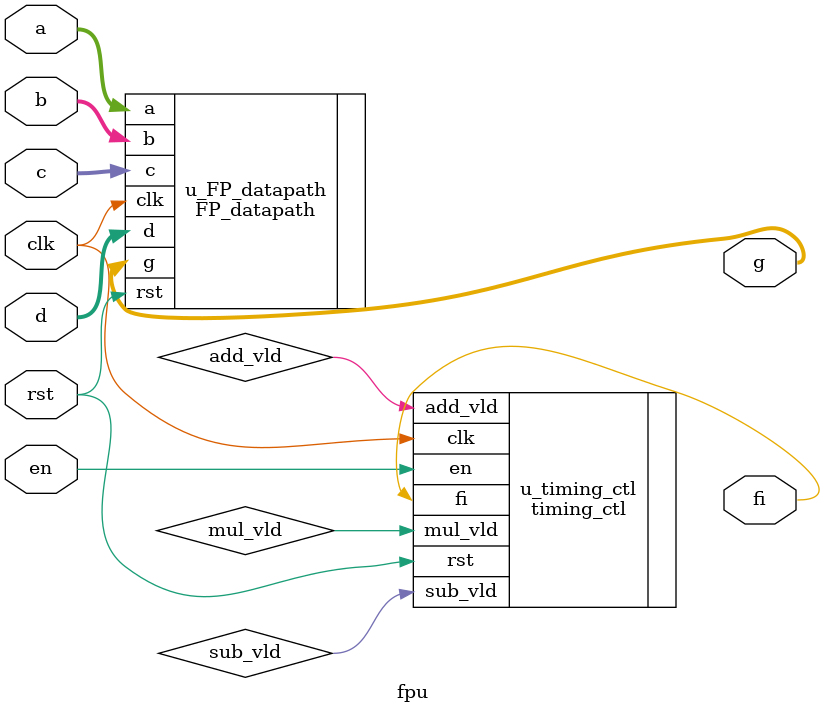
<source format=v>
module fpu (input         clk, 
            input         rst,
            input         en ,
            output        fi ,
	    input  [31:0] a  , 
	    input  [31:0] b  , 
	    input  [31:0] c  , 
	    input  [31:0] d  , 
	    output [31:0] g  );

FP_datapath u_FP_datapath (.clk (clk),
                           .rst (rst),
	                   .a   (a  ), 
	                   .b   (b  ), 
	                   .c   (c  ), 
	                   .d   (d  ), 
	                   .g   (g  ));

timing_ctl u_timing_ctl (.clk    (clk    ), 
                         .rst    (rst    ),
			 .add_vld(add_vld), 
			 .mul_vld(mul_vld),       
		         .sub_vld(sub_vld),
	                 .en     (en     ),
	                 .fi     (fi     ));
endmodule

</source>
